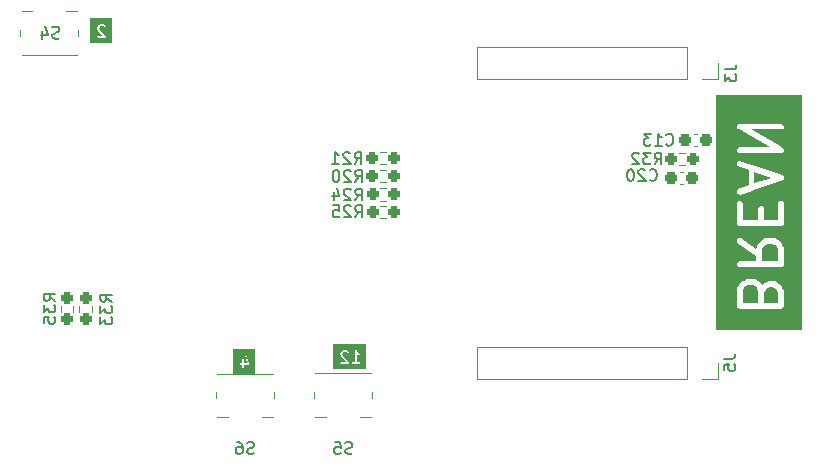
<source format=gbo>
%TF.GenerationSoftware,KiCad,Pcbnew,7.0.2*%
%TF.CreationDate,2024-01-21T15:04:15+01:00*%
%TF.ProjectId,ESP32CAM,45535033-3243-4414-9d2e-6b696361645f,rev?*%
%TF.SameCoordinates,Original*%
%TF.FileFunction,Legend,Bot*%
%TF.FilePolarity,Positive*%
%FSLAX46Y46*%
G04 Gerber Fmt 4.6, Leading zero omitted, Abs format (unit mm)*
G04 Created by KiCad (PCBNEW 7.0.2) date 2024-01-21 15:04:15*
%MOMM*%
%LPD*%
G01*
G04 APERTURE LIST*
G04 Aperture macros list*
%AMRoundRect*
0 Rectangle with rounded corners*
0 $1 Rounding radius*
0 $2 $3 $4 $5 $6 $7 $8 $9 X,Y pos of 4 corners*
0 Add a 4 corners polygon primitive as box body*
4,1,4,$2,$3,$4,$5,$6,$7,$8,$9,$2,$3,0*
0 Add four circle primitives for the rounded corners*
1,1,$1+$1,$2,$3*
1,1,$1+$1,$4,$5*
1,1,$1+$1,$6,$7*
1,1,$1+$1,$8,$9*
0 Add four rect primitives between the rounded corners*
20,1,$1+$1,$2,$3,$4,$5,0*
20,1,$1+$1,$4,$5,$6,$7,0*
20,1,$1+$1,$6,$7,$8,$9,0*
20,1,$1+$1,$8,$9,$2,$3,0*%
G04 Aperture macros list end*
%ADD10C,0.150000*%
%ADD11C,0.500000*%
%ADD12C,0.120000*%
%ADD13O,2.100000X1.000000*%
%ADD14O,1.800000X1.000000*%
%ADD15C,3.700000*%
%ADD16R,1.700000X1.700000*%
%ADD17O,1.700000X1.700000*%
%ADD18RoundRect,0.237500X-0.300000X-0.237500X0.300000X-0.237500X0.300000X0.237500X-0.300000X0.237500X0*%
%ADD19RoundRect,0.237500X-0.237500X0.250000X-0.237500X-0.250000X0.237500X-0.250000X0.237500X0.250000X0*%
%ADD20C,0.750000*%
%ADD21R,1.450000X1.000000*%
%ADD22RoundRect,0.237500X0.250000X0.237500X-0.250000X0.237500X-0.250000X-0.237500X0.250000X-0.237500X0*%
%ADD23RoundRect,0.237500X-0.250000X-0.237500X0.250000X-0.237500X0.250000X0.237500X-0.250000X0.237500X0*%
G04 APERTURE END LIST*
D10*
G36*
X173494257Y-71945057D02*
G01*
X171631162Y-71945057D01*
X171631162Y-70743358D01*
X172286380Y-70743358D01*
X172292917Y-70762970D01*
X172298738Y-70782793D01*
X172299844Y-70783751D01*
X172339686Y-70903277D01*
X172343509Y-70920851D01*
X172354349Y-70931691D01*
X172363095Y-70944275D01*
X172369640Y-70946982D01*
X172802476Y-71379819D01*
X172353713Y-71379819D01*
X172322235Y-71389062D01*
X172293393Y-71422348D01*
X172287125Y-71465943D01*
X172305421Y-71506007D01*
X172342473Y-71529819D01*
X172964400Y-71529819D01*
X172966927Y-71531199D01*
X172986216Y-71529819D01*
X172994324Y-71529819D01*
X172996935Y-71529052D01*
X173010858Y-71528056D01*
X173017654Y-71522968D01*
X173025802Y-71520576D01*
X173034942Y-71510026D01*
X173046117Y-71501662D01*
X173049084Y-71493706D01*
X173054644Y-71487290D01*
X173056630Y-71473475D01*
X173061509Y-71460395D01*
X173059703Y-71452097D01*
X173060912Y-71443695D01*
X173055114Y-71431000D01*
X173052147Y-71417358D01*
X173046142Y-71411353D01*
X173042616Y-71403631D01*
X173030873Y-71396084D01*
X172477666Y-70842876D01*
X172439495Y-70728361D01*
X172439495Y-70663000D01*
X172473753Y-70594483D01*
X172504159Y-70564077D01*
X172572675Y-70529819D01*
X172775360Y-70529819D01*
X172843878Y-70564078D01*
X172890514Y-70610714D01*
X172919308Y-70626436D01*
X172963239Y-70623294D01*
X172998497Y-70596900D01*
X173013890Y-70555633D01*
X173004528Y-70512596D01*
X172947985Y-70456053D01*
X172941542Y-70445204D01*
X172923041Y-70435953D01*
X172904919Y-70426058D01*
X172903458Y-70426162D01*
X172830217Y-70389542D01*
X172815088Y-70379819D01*
X172799758Y-70379819D01*
X172784675Y-70377105D01*
X172778131Y-70379819D01*
X172559002Y-70379819D01*
X172541127Y-70377889D01*
X172527417Y-70384743D01*
X172512711Y-70389062D01*
X172508071Y-70394416D01*
X172434602Y-70431150D01*
X172422272Y-70433833D01*
X172407652Y-70448452D01*
X172392527Y-70462522D01*
X172392164Y-70463940D01*
X172365729Y-70490375D01*
X172354880Y-70496819D01*
X172345629Y-70515319D01*
X172335734Y-70533442D01*
X172335838Y-70534902D01*
X172299218Y-70608143D01*
X172289495Y-70623273D01*
X172289495Y-70638603D01*
X172286781Y-70653686D01*
X172289495Y-70660229D01*
X172289495Y-70731130D01*
X172286380Y-70743358D01*
X171631162Y-70743358D01*
X171631162Y-69834343D01*
X173494257Y-69834343D01*
X173494257Y-71945057D01*
G37*
G36*
X185635457Y-99961257D02*
G01*
X183772362Y-99961257D01*
X183772362Y-99148809D01*
X184380706Y-99148809D01*
X184399002Y-99188873D01*
X184436054Y-99212685D01*
X184525933Y-99212685D01*
X184525933Y-99481801D01*
X184535176Y-99513279D01*
X184568462Y-99542121D01*
X184612057Y-99548389D01*
X184652121Y-99530093D01*
X184675933Y-99493041D01*
X184675933Y-99212685D01*
X185062225Y-99212685D01*
X185068803Y-99215406D01*
X185083845Y-99212685D01*
X185087905Y-99212685D01*
X185094419Y-99210772D01*
X185112143Y-99207566D01*
X185115273Y-99204648D01*
X185119383Y-99203442D01*
X185131184Y-99189822D01*
X185144365Y-99177540D01*
X185145421Y-99173390D01*
X185148225Y-99170156D01*
X185150788Y-99152323D01*
X185155238Y-99134859D01*
X185153883Y-99130796D01*
X185154493Y-99126561D01*
X185147009Y-99110174D01*
X184906770Y-98389454D01*
X184888047Y-98362514D01*
X184847348Y-98345678D01*
X184804008Y-98353518D01*
X184771786Y-98383545D01*
X184760913Y-98426225D01*
X184973066Y-99062685D01*
X184675933Y-99062685D01*
X184675933Y-98793570D01*
X184666690Y-98762092D01*
X184633404Y-98733250D01*
X184589809Y-98726982D01*
X184549745Y-98745278D01*
X184525933Y-98782330D01*
X184525933Y-99062685D01*
X184447294Y-99062685D01*
X184415816Y-99071928D01*
X184386974Y-99105214D01*
X184380706Y-99148809D01*
X183772362Y-99148809D01*
X183772362Y-97850543D01*
X185635457Y-97850543D01*
X185635457Y-99961257D01*
G37*
D11*
G36*
X228027942Y-92585596D02*
G01*
X228124190Y-92681844D01*
X228252016Y-93065323D01*
X228250317Y-93074769D01*
X228259365Y-93096584D01*
X228259365Y-93963466D01*
X226926032Y-93963466D01*
X226926032Y-92939150D01*
X227048161Y-92694890D01*
X227157455Y-92585595D01*
X227401716Y-92463466D01*
X227783682Y-92463466D01*
X228027942Y-92585596D01*
G37*
G36*
X229694610Y-92752264D02*
G01*
X229803902Y-92861557D01*
X229926032Y-93105816D01*
X229926032Y-93963466D01*
X228759365Y-93963466D01*
X228759365Y-93105817D01*
X228881496Y-92861554D01*
X228990788Y-92752263D01*
X229235049Y-92630133D01*
X229450348Y-92630133D01*
X229694610Y-92752264D01*
G37*
G36*
X229694610Y-89085597D02*
G01*
X229803901Y-89194889D01*
X229926032Y-89439149D01*
X229926032Y-90463466D01*
X228592699Y-90463466D01*
X228592699Y-89902986D01*
X228601865Y-89853272D01*
X228592699Y-89830901D01*
X228592699Y-89439148D01*
X228714828Y-89194889D01*
X228824121Y-89085596D01*
X229068382Y-88963466D01*
X229450348Y-88963466D01*
X229694610Y-89085597D01*
G37*
G36*
X229385463Y-83380132D02*
G01*
X227926032Y-83866609D01*
X227926032Y-82893655D01*
X229385463Y-83380132D01*
G37*
G36*
X231920200Y-96296800D02*
G01*
X224670200Y-96296800D01*
X224670200Y-92908101D01*
X226416983Y-92908101D01*
X226426032Y-92929919D01*
X226426032Y-94195588D01*
X226418130Y-94250547D01*
X226441196Y-94301056D01*
X226456840Y-94354332D01*
X226471215Y-94366788D01*
X226479118Y-94384093D01*
X226525833Y-94414115D01*
X226567794Y-94450474D01*
X226586621Y-94453180D01*
X226602625Y-94463466D01*
X226658154Y-94463466D01*
X226713113Y-94471368D01*
X226730416Y-94463466D01*
X228491487Y-94463466D01*
X228546446Y-94471368D01*
X228563749Y-94463466D01*
X230158154Y-94463466D01*
X230213113Y-94471368D01*
X230263622Y-94448301D01*
X230316898Y-94432658D01*
X230329354Y-94418282D01*
X230346659Y-94410380D01*
X230376681Y-94363664D01*
X230413040Y-94321704D01*
X230415746Y-94302876D01*
X230426032Y-94286873D01*
X230426032Y-94231343D01*
X230433934Y-94176385D01*
X230426032Y-94159081D01*
X230426032Y-93060262D01*
X230432468Y-93000654D01*
X230409617Y-92954952D01*
X230395224Y-92905934D01*
X230377374Y-92890467D01*
X230246989Y-92629697D01*
X230238048Y-92588596D01*
X230189339Y-92539887D01*
X230142419Y-92489446D01*
X230137688Y-92488236D01*
X230041640Y-92392188D01*
X230020160Y-92356022D01*
X229958535Y-92325209D01*
X229898084Y-92292201D01*
X229893214Y-92292549D01*
X229633209Y-92162547D01*
X229582772Y-92130133D01*
X229531676Y-92130133D01*
X229481396Y-92121085D01*
X229459580Y-92130133D01*
X229189489Y-92130133D01*
X229129886Y-92123698D01*
X229084189Y-92146546D01*
X229035166Y-92160941D01*
X229019698Y-92178791D01*
X228758932Y-92309174D01*
X228717830Y-92318116D01*
X228669117Y-92366828D01*
X228618679Y-92413746D01*
X228617469Y-92418476D01*
X228578999Y-92456946D01*
X228571382Y-92421930D01*
X228535253Y-92385801D01*
X228506097Y-92343848D01*
X228484271Y-92334819D01*
X228374973Y-92225521D01*
X228353493Y-92189355D01*
X228291867Y-92158542D01*
X228231417Y-92125534D01*
X228226547Y-92125882D01*
X227966544Y-91995880D01*
X227916106Y-91963466D01*
X227865014Y-91963466D01*
X227814731Y-91954417D01*
X227792913Y-91963466D01*
X227356162Y-91963466D01*
X227296553Y-91957030D01*
X227250851Y-91979880D01*
X227201833Y-91994274D01*
X227186366Y-92012123D01*
X226925597Y-92142508D01*
X226884494Y-92151450D01*
X226835777Y-92200166D01*
X226785345Y-92247079D01*
X226784135Y-92251809D01*
X226688086Y-92347859D01*
X226651921Y-92369339D01*
X226621109Y-92430961D01*
X226588099Y-92491416D01*
X226588447Y-92496286D01*
X226458446Y-92756287D01*
X226426032Y-92806726D01*
X226426031Y-92857818D01*
X226416983Y-92908101D01*
X224670200Y-92908101D01*
X224670200Y-88740326D01*
X226416866Y-88740326D01*
X226472529Y-88876178D01*
X228092699Y-90010296D01*
X228092699Y-90463466D01*
X226640088Y-90463466D01*
X226535166Y-90494274D01*
X226439024Y-90605228D01*
X226418130Y-90750547D01*
X226479118Y-90884093D01*
X226602625Y-90963466D01*
X228324821Y-90963466D01*
X228379780Y-90971368D01*
X228397083Y-90963466D01*
X230158154Y-90963466D01*
X230213113Y-90971368D01*
X230263622Y-90948301D01*
X230316898Y-90932658D01*
X230329354Y-90918282D01*
X230346659Y-90910380D01*
X230376681Y-90863664D01*
X230413040Y-90821704D01*
X230415746Y-90802876D01*
X230426032Y-90786873D01*
X230426032Y-90731343D01*
X230433934Y-90676385D01*
X230426032Y-90659081D01*
X230426032Y-89393589D01*
X230432467Y-89333987D01*
X230409618Y-89288290D01*
X230395224Y-89239267D01*
X230377373Y-89223799D01*
X230246990Y-88963033D01*
X230238049Y-88921931D01*
X230189336Y-88873218D01*
X230142419Y-88822780D01*
X230137688Y-88821570D01*
X230041641Y-88725522D01*
X230020160Y-88689355D01*
X229958533Y-88658541D01*
X229898085Y-88625534D01*
X229893214Y-88625882D01*
X229633209Y-88495880D01*
X229582772Y-88463466D01*
X229531676Y-88463466D01*
X229481396Y-88454418D01*
X229459580Y-88463466D01*
X229022822Y-88463466D01*
X228963219Y-88457031D01*
X228917522Y-88479879D01*
X228868499Y-88494274D01*
X228853031Y-88512124D01*
X228592263Y-88642508D01*
X228551162Y-88651450D01*
X228502453Y-88700158D01*
X228452012Y-88747079D01*
X228450802Y-88751809D01*
X228354753Y-88847858D01*
X228318586Y-88869340D01*
X228287768Y-88930974D01*
X228254766Y-88991415D01*
X228255114Y-88996283D01*
X228125108Y-89256295D01*
X228092699Y-89306726D01*
X228092699Y-89357819D01*
X228085962Y-89395253D01*
X226789951Y-88488045D01*
X226686328Y-88453116D01*
X226543938Y-88488879D01*
X226443486Y-88595947D01*
X226416866Y-88740326D01*
X224670200Y-88740326D01*
X224670200Y-87250547D01*
X226418130Y-87250547D01*
X226441196Y-87301056D01*
X226456840Y-87354332D01*
X226471215Y-87366788D01*
X226479118Y-87384093D01*
X226525833Y-87414115D01*
X226567794Y-87450474D01*
X226586621Y-87453180D01*
X226602625Y-87463466D01*
X226658154Y-87463466D01*
X226713113Y-87471368D01*
X226730416Y-87463466D01*
X228491487Y-87463466D01*
X228546446Y-87471368D01*
X228563749Y-87463466D01*
X230158154Y-87463466D01*
X230213113Y-87471368D01*
X230263622Y-87448301D01*
X230316898Y-87432658D01*
X230329354Y-87418282D01*
X230346659Y-87410380D01*
X230376681Y-87363664D01*
X230413040Y-87321704D01*
X230415746Y-87302876D01*
X230426032Y-87286873D01*
X230426032Y-87231343D01*
X230433934Y-87176385D01*
X230426032Y-87159081D01*
X230426032Y-85510856D01*
X230395224Y-85405934D01*
X230284270Y-85309792D01*
X230138951Y-85288898D01*
X230005405Y-85349886D01*
X229926032Y-85473393D01*
X229926032Y-86963466D01*
X228759365Y-86963466D01*
X228759365Y-86010856D01*
X228728557Y-85905934D01*
X228617603Y-85809792D01*
X228472284Y-85788898D01*
X228338738Y-85849886D01*
X228259365Y-85973393D01*
X228259365Y-86963466D01*
X226926032Y-86963466D01*
X226926032Y-85510856D01*
X226895224Y-85405934D01*
X226784270Y-85309792D01*
X226638951Y-85288898D01*
X226505405Y-85349886D01*
X226426032Y-85473393D01*
X226426032Y-87195588D01*
X226418130Y-87250547D01*
X224670200Y-87250547D01*
X224670200Y-84519064D01*
X226416959Y-84519064D01*
X226443091Y-84663533D01*
X226543180Y-84770940D01*
X226685449Y-84807183D01*
X227698987Y-84469337D01*
X227713113Y-84471368D01*
X227767750Y-84446415D01*
X230212187Y-83631604D01*
X230240355Y-83632623D01*
X230280479Y-83608840D01*
X230289189Y-83605937D01*
X230311280Y-83590583D01*
X230366650Y-83557765D01*
X230371003Y-83549077D01*
X230378984Y-83543531D01*
X230403589Y-83484051D01*
X230432425Y-83426511D01*
X230431390Y-83416848D01*
X230435106Y-83407868D01*
X230423648Y-83344526D01*
X230416798Y-83280532D01*
X230410703Y-83272962D01*
X230408974Y-83263399D01*
X230365088Y-83216305D01*
X230324729Y-83166176D01*
X230315510Y-83163103D01*
X230308884Y-83155992D01*
X230246500Y-83140099D01*
X227802210Y-82325336D01*
X227784270Y-82309791D01*
X227733808Y-82302535D01*
X226720989Y-81964929D01*
X226611709Y-81960976D01*
X226485414Y-82035834D01*
X226419639Y-82167088D01*
X226435266Y-82313067D01*
X226527335Y-82427423D01*
X227426032Y-82726988D01*
X227426032Y-84033276D01*
X226562876Y-84320995D01*
X226473080Y-84383401D01*
X226416959Y-84519064D01*
X224670200Y-84519064D01*
X224670200Y-81083880D01*
X226418130Y-81083880D01*
X226479118Y-81217426D01*
X226602625Y-81296799D01*
X230146706Y-81296799D01*
X230189588Y-81307000D01*
X230252707Y-81284839D01*
X230316898Y-81265991D01*
X230321491Y-81260689D01*
X230328112Y-81258365D01*
X230369235Y-81205590D01*
X230413040Y-81155037D01*
X230414038Y-81148093D01*
X230418351Y-81142559D01*
X230424414Y-81075926D01*
X230433934Y-81009718D01*
X230431020Y-81003337D01*
X230431656Y-80996350D01*
X230400734Y-80937020D01*
X230372946Y-80876172D01*
X230367044Y-80872379D01*
X230363802Y-80866158D01*
X230305716Y-80832966D01*
X230249439Y-80796799D01*
X230242424Y-80796799D01*
X227617424Y-79296799D01*
X230211976Y-79296799D01*
X230316898Y-79265991D01*
X230413040Y-79155037D01*
X230433934Y-79009718D01*
X230372946Y-78876172D01*
X230249439Y-78796799D01*
X226705358Y-78796799D01*
X226662476Y-78786598D01*
X226599359Y-78808758D01*
X226535166Y-78827607D01*
X226530571Y-78832909D01*
X226523953Y-78835233D01*
X226482834Y-78888001D01*
X226439024Y-78938561D01*
X226438025Y-78945504D01*
X226433713Y-78951039D01*
X226427649Y-79017671D01*
X226418130Y-79083880D01*
X226421043Y-79090260D01*
X226420408Y-79097248D01*
X226451329Y-79156577D01*
X226479118Y-79217426D01*
X226485019Y-79221218D01*
X226488262Y-79227440D01*
X226546347Y-79260631D01*
X226602625Y-79296799D01*
X226609640Y-79296799D01*
X229234641Y-80796799D01*
X226640088Y-80796799D01*
X226535166Y-80827607D01*
X226439024Y-80938561D01*
X226418130Y-81083880D01*
X224670200Y-81083880D01*
X224670200Y-76413466D01*
X231920200Y-76413466D01*
X231920200Y-96296800D01*
G37*
D10*
G36*
X195033457Y-99554857D02*
G01*
X192217981Y-99554857D01*
X192217981Y-98353158D01*
X192873199Y-98353158D01*
X192879736Y-98372770D01*
X192885557Y-98392593D01*
X192886663Y-98393551D01*
X192926505Y-98513077D01*
X192930328Y-98530651D01*
X192941168Y-98541491D01*
X192949914Y-98554075D01*
X192956459Y-98556782D01*
X193389295Y-98989619D01*
X192940532Y-98989619D01*
X192909054Y-98998862D01*
X192880212Y-99032148D01*
X192873944Y-99075743D01*
X192892240Y-99115807D01*
X192929292Y-99139619D01*
X193551219Y-99139619D01*
X193553746Y-99140999D01*
X193573035Y-99139619D01*
X193581143Y-99139619D01*
X193583754Y-99138852D01*
X193597677Y-99137856D01*
X193604473Y-99132768D01*
X193612621Y-99130376D01*
X193621761Y-99119826D01*
X193632936Y-99111462D01*
X193635903Y-99103506D01*
X193641463Y-99097090D01*
X193643449Y-99083275D01*
X193646259Y-99075743D01*
X193826325Y-99075743D01*
X193844621Y-99115807D01*
X193881673Y-99139619D01*
X194184049Y-99139619D01*
X194200533Y-99141989D01*
X194205723Y-99139619D01*
X194485905Y-99139619D01*
X194517383Y-99130376D01*
X194546225Y-99097090D01*
X194552493Y-99053495D01*
X194534197Y-99013431D01*
X194497145Y-98989619D01*
X194264409Y-98989619D01*
X194264409Y-98293303D01*
X194320203Y-98349098D01*
X194326647Y-98359948D01*
X194345148Y-98369198D01*
X194363270Y-98379094D01*
X194364730Y-98378989D01*
X194451225Y-98422237D01*
X194483514Y-98428047D01*
X194524197Y-98411174D01*
X194549299Y-98374984D01*
X194550852Y-98330968D01*
X194528361Y-98293099D01*
X194424311Y-98241074D01*
X194342932Y-98159695D01*
X194258150Y-98032522D01*
X194255166Y-98022359D01*
X194246189Y-98014580D01*
X194245832Y-98014045D01*
X194238029Y-98007510D01*
X194221880Y-97993517D01*
X194221205Y-97993419D01*
X194220681Y-97992981D01*
X194199451Y-97990292D01*
X194178285Y-97987249D01*
X194177663Y-97987532D01*
X194176986Y-97987447D01*
X194157695Y-97996651D01*
X194138221Y-98005545D01*
X194137851Y-98006120D01*
X194137236Y-98006414D01*
X194125987Y-98024579D01*
X194114409Y-98042597D01*
X194114409Y-98043280D01*
X194114050Y-98043860D01*
X194114408Y-98065224D01*
X194114409Y-98989619D01*
X193892913Y-98989619D01*
X193861435Y-98998862D01*
X193832593Y-99032148D01*
X193826325Y-99075743D01*
X193646259Y-99075743D01*
X193648328Y-99070195D01*
X193646522Y-99061897D01*
X193647731Y-99053495D01*
X193641933Y-99040800D01*
X193638966Y-99027158D01*
X193632961Y-99021153D01*
X193629435Y-99013431D01*
X193617692Y-99005884D01*
X193064485Y-98452676D01*
X193026314Y-98338161D01*
X193026314Y-98272800D01*
X193060573Y-98204283D01*
X193090978Y-98173877D01*
X193159494Y-98139619D01*
X193362179Y-98139619D01*
X193430697Y-98173878D01*
X193477333Y-98220514D01*
X193506127Y-98236236D01*
X193550058Y-98233094D01*
X193585316Y-98206700D01*
X193600709Y-98165433D01*
X193591347Y-98122396D01*
X193534804Y-98065853D01*
X193528361Y-98055004D01*
X193509860Y-98045753D01*
X193491738Y-98035858D01*
X193490277Y-98035962D01*
X193417036Y-97999342D01*
X193401907Y-97989619D01*
X193386577Y-97989619D01*
X193371494Y-97986905D01*
X193364950Y-97989619D01*
X193145821Y-97989619D01*
X193127946Y-97987689D01*
X193114236Y-97994543D01*
X193099530Y-97998862D01*
X193094890Y-98004216D01*
X193021421Y-98040950D01*
X193009091Y-98043633D01*
X192994471Y-98058252D01*
X192979346Y-98072322D01*
X192978983Y-98073740D01*
X192952548Y-98100175D01*
X192941699Y-98106619D01*
X192932448Y-98125119D01*
X192922553Y-98143242D01*
X192922657Y-98144702D01*
X192886037Y-98217943D01*
X192876314Y-98233073D01*
X192876314Y-98248403D01*
X192873600Y-98263486D01*
X192876314Y-98270029D01*
X192876314Y-98340930D01*
X192873199Y-98353158D01*
X192217981Y-98353158D01*
X192217981Y-97444143D01*
X195033457Y-97444143D01*
X195033457Y-99554857D01*
G37*
%TO.C,J5*%
X225312619Y-98726666D02*
X226026904Y-98726666D01*
X226026904Y-98726666D02*
X226169761Y-98679047D01*
X226169761Y-98679047D02*
X226265000Y-98583809D01*
X226265000Y-98583809D02*
X226312619Y-98440952D01*
X226312619Y-98440952D02*
X226312619Y-98345714D01*
X225312619Y-99679047D02*
X225312619Y-99202857D01*
X225312619Y-99202857D02*
X225788809Y-99155238D01*
X225788809Y-99155238D02*
X225741190Y-99202857D01*
X225741190Y-99202857D02*
X225693571Y-99298095D01*
X225693571Y-99298095D02*
X225693571Y-99536190D01*
X225693571Y-99536190D02*
X225741190Y-99631428D01*
X225741190Y-99631428D02*
X225788809Y-99679047D01*
X225788809Y-99679047D02*
X225884047Y-99726666D01*
X225884047Y-99726666D02*
X226122142Y-99726666D01*
X226122142Y-99726666D02*
X226217380Y-99679047D01*
X226217380Y-99679047D02*
X226265000Y-99631428D01*
X226265000Y-99631428D02*
X226312619Y-99536190D01*
X226312619Y-99536190D02*
X226312619Y-99298095D01*
X226312619Y-99298095D02*
X226265000Y-99202857D01*
X226265000Y-99202857D02*
X226217380Y-99155238D01*
%TO.C,C13*%
X220442857Y-80567380D02*
X220490476Y-80615000D01*
X220490476Y-80615000D02*
X220633333Y-80662619D01*
X220633333Y-80662619D02*
X220728571Y-80662619D01*
X220728571Y-80662619D02*
X220871428Y-80615000D01*
X220871428Y-80615000D02*
X220966666Y-80519761D01*
X220966666Y-80519761D02*
X221014285Y-80424523D01*
X221014285Y-80424523D02*
X221061904Y-80234047D01*
X221061904Y-80234047D02*
X221061904Y-80091190D01*
X221061904Y-80091190D02*
X221014285Y-79900714D01*
X221014285Y-79900714D02*
X220966666Y-79805476D01*
X220966666Y-79805476D02*
X220871428Y-79710238D01*
X220871428Y-79710238D02*
X220728571Y-79662619D01*
X220728571Y-79662619D02*
X220633333Y-79662619D01*
X220633333Y-79662619D02*
X220490476Y-79710238D01*
X220490476Y-79710238D02*
X220442857Y-79757857D01*
X219490476Y-80662619D02*
X220061904Y-80662619D01*
X219776190Y-80662619D02*
X219776190Y-79662619D01*
X219776190Y-79662619D02*
X219871428Y-79805476D01*
X219871428Y-79805476D02*
X219966666Y-79900714D01*
X219966666Y-79900714D02*
X220061904Y-79948333D01*
X219157142Y-79662619D02*
X218538095Y-79662619D01*
X218538095Y-79662619D02*
X218871428Y-80043571D01*
X218871428Y-80043571D02*
X218728571Y-80043571D01*
X218728571Y-80043571D02*
X218633333Y-80091190D01*
X218633333Y-80091190D02*
X218585714Y-80138809D01*
X218585714Y-80138809D02*
X218538095Y-80234047D01*
X218538095Y-80234047D02*
X218538095Y-80472142D01*
X218538095Y-80472142D02*
X218585714Y-80567380D01*
X218585714Y-80567380D02*
X218633333Y-80615000D01*
X218633333Y-80615000D02*
X218728571Y-80662619D01*
X218728571Y-80662619D02*
X219014285Y-80662619D01*
X219014285Y-80662619D02*
X219109523Y-80615000D01*
X219109523Y-80615000D02*
X219157142Y-80567380D01*
%TO.C,R35*%
X168732619Y-93819642D02*
X168256428Y-93486309D01*
X168732619Y-93248214D02*
X167732619Y-93248214D01*
X167732619Y-93248214D02*
X167732619Y-93629166D01*
X167732619Y-93629166D02*
X167780238Y-93724404D01*
X167780238Y-93724404D02*
X167827857Y-93772023D01*
X167827857Y-93772023D02*
X167923095Y-93819642D01*
X167923095Y-93819642D02*
X168065952Y-93819642D01*
X168065952Y-93819642D02*
X168161190Y-93772023D01*
X168161190Y-93772023D02*
X168208809Y-93724404D01*
X168208809Y-93724404D02*
X168256428Y-93629166D01*
X168256428Y-93629166D02*
X168256428Y-93248214D01*
X167732619Y-94152976D02*
X167732619Y-94772023D01*
X167732619Y-94772023D02*
X168113571Y-94438690D01*
X168113571Y-94438690D02*
X168113571Y-94581547D01*
X168113571Y-94581547D02*
X168161190Y-94676785D01*
X168161190Y-94676785D02*
X168208809Y-94724404D01*
X168208809Y-94724404D02*
X168304047Y-94772023D01*
X168304047Y-94772023D02*
X168542142Y-94772023D01*
X168542142Y-94772023D02*
X168637380Y-94724404D01*
X168637380Y-94724404D02*
X168685000Y-94676785D01*
X168685000Y-94676785D02*
X168732619Y-94581547D01*
X168732619Y-94581547D02*
X168732619Y-94295833D01*
X168732619Y-94295833D02*
X168685000Y-94200595D01*
X168685000Y-94200595D02*
X168637380Y-94152976D01*
X167732619Y-95676785D02*
X167732619Y-95200595D01*
X167732619Y-95200595D02*
X168208809Y-95152976D01*
X168208809Y-95152976D02*
X168161190Y-95200595D01*
X168161190Y-95200595D02*
X168113571Y-95295833D01*
X168113571Y-95295833D02*
X168113571Y-95533928D01*
X168113571Y-95533928D02*
X168161190Y-95629166D01*
X168161190Y-95629166D02*
X168208809Y-95676785D01*
X168208809Y-95676785D02*
X168304047Y-95724404D01*
X168304047Y-95724404D02*
X168542142Y-95724404D01*
X168542142Y-95724404D02*
X168637380Y-95676785D01*
X168637380Y-95676785D02*
X168685000Y-95629166D01*
X168685000Y-95629166D02*
X168732619Y-95533928D01*
X168732619Y-95533928D02*
X168732619Y-95295833D01*
X168732619Y-95295833D02*
X168685000Y-95200595D01*
X168685000Y-95200595D02*
X168637380Y-95152976D01*
%TO.C,S5*%
X193866904Y-106715000D02*
X193724047Y-106762619D01*
X193724047Y-106762619D02*
X193485952Y-106762619D01*
X193485952Y-106762619D02*
X193390714Y-106715000D01*
X193390714Y-106715000D02*
X193343095Y-106667380D01*
X193343095Y-106667380D02*
X193295476Y-106572142D01*
X193295476Y-106572142D02*
X193295476Y-106476904D01*
X193295476Y-106476904D02*
X193343095Y-106381666D01*
X193343095Y-106381666D02*
X193390714Y-106334047D01*
X193390714Y-106334047D02*
X193485952Y-106286428D01*
X193485952Y-106286428D02*
X193676428Y-106238809D01*
X193676428Y-106238809D02*
X193771666Y-106191190D01*
X193771666Y-106191190D02*
X193819285Y-106143571D01*
X193819285Y-106143571D02*
X193866904Y-106048333D01*
X193866904Y-106048333D02*
X193866904Y-105953095D01*
X193866904Y-105953095D02*
X193819285Y-105857857D01*
X193819285Y-105857857D02*
X193771666Y-105810238D01*
X193771666Y-105810238D02*
X193676428Y-105762619D01*
X193676428Y-105762619D02*
X193438333Y-105762619D01*
X193438333Y-105762619D02*
X193295476Y-105810238D01*
X192390714Y-105762619D02*
X192866904Y-105762619D01*
X192866904Y-105762619D02*
X192914523Y-106238809D01*
X192914523Y-106238809D02*
X192866904Y-106191190D01*
X192866904Y-106191190D02*
X192771666Y-106143571D01*
X192771666Y-106143571D02*
X192533571Y-106143571D01*
X192533571Y-106143571D02*
X192438333Y-106191190D01*
X192438333Y-106191190D02*
X192390714Y-106238809D01*
X192390714Y-106238809D02*
X192343095Y-106334047D01*
X192343095Y-106334047D02*
X192343095Y-106572142D01*
X192343095Y-106572142D02*
X192390714Y-106667380D01*
X192390714Y-106667380D02*
X192438333Y-106715000D01*
X192438333Y-106715000D02*
X192533571Y-106762619D01*
X192533571Y-106762619D02*
X192771666Y-106762619D01*
X192771666Y-106762619D02*
X192866904Y-106715000D01*
X192866904Y-106715000D02*
X192914523Y-106667380D01*
%TO.C,S4*%
X169062304Y-71561000D02*
X168919447Y-71608619D01*
X168919447Y-71608619D02*
X168681352Y-71608619D01*
X168681352Y-71608619D02*
X168586114Y-71561000D01*
X168586114Y-71561000D02*
X168538495Y-71513380D01*
X168538495Y-71513380D02*
X168490876Y-71418142D01*
X168490876Y-71418142D02*
X168490876Y-71322904D01*
X168490876Y-71322904D02*
X168538495Y-71227666D01*
X168538495Y-71227666D02*
X168586114Y-71180047D01*
X168586114Y-71180047D02*
X168681352Y-71132428D01*
X168681352Y-71132428D02*
X168871828Y-71084809D01*
X168871828Y-71084809D02*
X168967066Y-71037190D01*
X168967066Y-71037190D02*
X169014685Y-70989571D01*
X169014685Y-70989571D02*
X169062304Y-70894333D01*
X169062304Y-70894333D02*
X169062304Y-70799095D01*
X169062304Y-70799095D02*
X169014685Y-70703857D01*
X169014685Y-70703857D02*
X168967066Y-70656238D01*
X168967066Y-70656238D02*
X168871828Y-70608619D01*
X168871828Y-70608619D02*
X168633733Y-70608619D01*
X168633733Y-70608619D02*
X168490876Y-70656238D01*
X167633733Y-70941952D02*
X167633733Y-71608619D01*
X167871828Y-70561000D02*
X168109923Y-71275285D01*
X168109923Y-71275285D02*
X167490876Y-71275285D01*
%TO.C,S6*%
X185546904Y-106725000D02*
X185404047Y-106772619D01*
X185404047Y-106772619D02*
X185165952Y-106772619D01*
X185165952Y-106772619D02*
X185070714Y-106725000D01*
X185070714Y-106725000D02*
X185023095Y-106677380D01*
X185023095Y-106677380D02*
X184975476Y-106582142D01*
X184975476Y-106582142D02*
X184975476Y-106486904D01*
X184975476Y-106486904D02*
X185023095Y-106391666D01*
X185023095Y-106391666D02*
X185070714Y-106344047D01*
X185070714Y-106344047D02*
X185165952Y-106296428D01*
X185165952Y-106296428D02*
X185356428Y-106248809D01*
X185356428Y-106248809D02*
X185451666Y-106201190D01*
X185451666Y-106201190D02*
X185499285Y-106153571D01*
X185499285Y-106153571D02*
X185546904Y-106058333D01*
X185546904Y-106058333D02*
X185546904Y-105963095D01*
X185546904Y-105963095D02*
X185499285Y-105867857D01*
X185499285Y-105867857D02*
X185451666Y-105820238D01*
X185451666Y-105820238D02*
X185356428Y-105772619D01*
X185356428Y-105772619D02*
X185118333Y-105772619D01*
X185118333Y-105772619D02*
X184975476Y-105820238D01*
X184118333Y-105772619D02*
X184308809Y-105772619D01*
X184308809Y-105772619D02*
X184404047Y-105820238D01*
X184404047Y-105820238D02*
X184451666Y-105867857D01*
X184451666Y-105867857D02*
X184546904Y-106010714D01*
X184546904Y-106010714D02*
X184594523Y-106201190D01*
X184594523Y-106201190D02*
X184594523Y-106582142D01*
X184594523Y-106582142D02*
X184546904Y-106677380D01*
X184546904Y-106677380D02*
X184499285Y-106725000D01*
X184499285Y-106725000D02*
X184404047Y-106772619D01*
X184404047Y-106772619D02*
X184213571Y-106772619D01*
X184213571Y-106772619D02*
X184118333Y-106725000D01*
X184118333Y-106725000D02*
X184070714Y-106677380D01*
X184070714Y-106677380D02*
X184023095Y-106582142D01*
X184023095Y-106582142D02*
X184023095Y-106344047D01*
X184023095Y-106344047D02*
X184070714Y-106248809D01*
X184070714Y-106248809D02*
X184118333Y-106201190D01*
X184118333Y-106201190D02*
X184213571Y-106153571D01*
X184213571Y-106153571D02*
X184404047Y-106153571D01*
X184404047Y-106153571D02*
X184499285Y-106201190D01*
X184499285Y-106201190D02*
X184546904Y-106248809D01*
X184546904Y-106248809D02*
X184594523Y-106344047D01*
%TO.C,C20*%
X219042857Y-83567380D02*
X219090476Y-83615000D01*
X219090476Y-83615000D02*
X219233333Y-83662619D01*
X219233333Y-83662619D02*
X219328571Y-83662619D01*
X219328571Y-83662619D02*
X219471428Y-83615000D01*
X219471428Y-83615000D02*
X219566666Y-83519761D01*
X219566666Y-83519761D02*
X219614285Y-83424523D01*
X219614285Y-83424523D02*
X219661904Y-83234047D01*
X219661904Y-83234047D02*
X219661904Y-83091190D01*
X219661904Y-83091190D02*
X219614285Y-82900714D01*
X219614285Y-82900714D02*
X219566666Y-82805476D01*
X219566666Y-82805476D02*
X219471428Y-82710238D01*
X219471428Y-82710238D02*
X219328571Y-82662619D01*
X219328571Y-82662619D02*
X219233333Y-82662619D01*
X219233333Y-82662619D02*
X219090476Y-82710238D01*
X219090476Y-82710238D02*
X219042857Y-82757857D01*
X218661904Y-82757857D02*
X218614285Y-82710238D01*
X218614285Y-82710238D02*
X218519047Y-82662619D01*
X218519047Y-82662619D02*
X218280952Y-82662619D01*
X218280952Y-82662619D02*
X218185714Y-82710238D01*
X218185714Y-82710238D02*
X218138095Y-82757857D01*
X218138095Y-82757857D02*
X218090476Y-82853095D01*
X218090476Y-82853095D02*
X218090476Y-82948333D01*
X218090476Y-82948333D02*
X218138095Y-83091190D01*
X218138095Y-83091190D02*
X218709523Y-83662619D01*
X218709523Y-83662619D02*
X218090476Y-83662619D01*
X217471428Y-82662619D02*
X217376190Y-82662619D01*
X217376190Y-82662619D02*
X217280952Y-82710238D01*
X217280952Y-82710238D02*
X217233333Y-82757857D01*
X217233333Y-82757857D02*
X217185714Y-82853095D01*
X217185714Y-82853095D02*
X217138095Y-83043571D01*
X217138095Y-83043571D02*
X217138095Y-83281666D01*
X217138095Y-83281666D02*
X217185714Y-83472142D01*
X217185714Y-83472142D02*
X217233333Y-83567380D01*
X217233333Y-83567380D02*
X217280952Y-83615000D01*
X217280952Y-83615000D02*
X217376190Y-83662619D01*
X217376190Y-83662619D02*
X217471428Y-83662619D01*
X217471428Y-83662619D02*
X217566666Y-83615000D01*
X217566666Y-83615000D02*
X217614285Y-83567380D01*
X217614285Y-83567380D02*
X217661904Y-83472142D01*
X217661904Y-83472142D02*
X217709523Y-83281666D01*
X217709523Y-83281666D02*
X217709523Y-83043571D01*
X217709523Y-83043571D02*
X217661904Y-82853095D01*
X217661904Y-82853095D02*
X217614285Y-82757857D01*
X217614285Y-82757857D02*
X217566666Y-82710238D01*
X217566666Y-82710238D02*
X217471428Y-82662619D01*
%TO.C,R20*%
X194114657Y-83723819D02*
X194447990Y-83247628D01*
X194686085Y-83723819D02*
X194686085Y-82723819D01*
X194686085Y-82723819D02*
X194305133Y-82723819D01*
X194305133Y-82723819D02*
X194209895Y-82771438D01*
X194209895Y-82771438D02*
X194162276Y-82819057D01*
X194162276Y-82819057D02*
X194114657Y-82914295D01*
X194114657Y-82914295D02*
X194114657Y-83057152D01*
X194114657Y-83057152D02*
X194162276Y-83152390D01*
X194162276Y-83152390D02*
X194209895Y-83200009D01*
X194209895Y-83200009D02*
X194305133Y-83247628D01*
X194305133Y-83247628D02*
X194686085Y-83247628D01*
X193733704Y-82819057D02*
X193686085Y-82771438D01*
X193686085Y-82771438D02*
X193590847Y-82723819D01*
X193590847Y-82723819D02*
X193352752Y-82723819D01*
X193352752Y-82723819D02*
X193257514Y-82771438D01*
X193257514Y-82771438D02*
X193209895Y-82819057D01*
X193209895Y-82819057D02*
X193162276Y-82914295D01*
X193162276Y-82914295D02*
X193162276Y-83009533D01*
X193162276Y-83009533D02*
X193209895Y-83152390D01*
X193209895Y-83152390D02*
X193781323Y-83723819D01*
X193781323Y-83723819D02*
X193162276Y-83723819D01*
X192543228Y-82723819D02*
X192447990Y-82723819D01*
X192447990Y-82723819D02*
X192352752Y-82771438D01*
X192352752Y-82771438D02*
X192305133Y-82819057D01*
X192305133Y-82819057D02*
X192257514Y-82914295D01*
X192257514Y-82914295D02*
X192209895Y-83104771D01*
X192209895Y-83104771D02*
X192209895Y-83342866D01*
X192209895Y-83342866D02*
X192257514Y-83533342D01*
X192257514Y-83533342D02*
X192305133Y-83628580D01*
X192305133Y-83628580D02*
X192352752Y-83676200D01*
X192352752Y-83676200D02*
X192447990Y-83723819D01*
X192447990Y-83723819D02*
X192543228Y-83723819D01*
X192543228Y-83723819D02*
X192638466Y-83676200D01*
X192638466Y-83676200D02*
X192686085Y-83628580D01*
X192686085Y-83628580D02*
X192733704Y-83533342D01*
X192733704Y-83533342D02*
X192781323Y-83342866D01*
X192781323Y-83342866D02*
X192781323Y-83104771D01*
X192781323Y-83104771D02*
X192733704Y-82914295D01*
X192733704Y-82914295D02*
X192686085Y-82819057D01*
X192686085Y-82819057D02*
X192638466Y-82771438D01*
X192638466Y-82771438D02*
X192543228Y-82723819D01*
%TO.C,R32*%
X219463857Y-82250619D02*
X219797190Y-81774428D01*
X220035285Y-82250619D02*
X220035285Y-81250619D01*
X220035285Y-81250619D02*
X219654333Y-81250619D01*
X219654333Y-81250619D02*
X219559095Y-81298238D01*
X219559095Y-81298238D02*
X219511476Y-81345857D01*
X219511476Y-81345857D02*
X219463857Y-81441095D01*
X219463857Y-81441095D02*
X219463857Y-81583952D01*
X219463857Y-81583952D02*
X219511476Y-81679190D01*
X219511476Y-81679190D02*
X219559095Y-81726809D01*
X219559095Y-81726809D02*
X219654333Y-81774428D01*
X219654333Y-81774428D02*
X220035285Y-81774428D01*
X219130523Y-81250619D02*
X218511476Y-81250619D01*
X218511476Y-81250619D02*
X218844809Y-81631571D01*
X218844809Y-81631571D02*
X218701952Y-81631571D01*
X218701952Y-81631571D02*
X218606714Y-81679190D01*
X218606714Y-81679190D02*
X218559095Y-81726809D01*
X218559095Y-81726809D02*
X218511476Y-81822047D01*
X218511476Y-81822047D02*
X218511476Y-82060142D01*
X218511476Y-82060142D02*
X218559095Y-82155380D01*
X218559095Y-82155380D02*
X218606714Y-82203000D01*
X218606714Y-82203000D02*
X218701952Y-82250619D01*
X218701952Y-82250619D02*
X218987666Y-82250619D01*
X218987666Y-82250619D02*
X219082904Y-82203000D01*
X219082904Y-82203000D02*
X219130523Y-82155380D01*
X218130523Y-81345857D02*
X218082904Y-81298238D01*
X218082904Y-81298238D02*
X217987666Y-81250619D01*
X217987666Y-81250619D02*
X217749571Y-81250619D01*
X217749571Y-81250619D02*
X217654333Y-81298238D01*
X217654333Y-81298238D02*
X217606714Y-81345857D01*
X217606714Y-81345857D02*
X217559095Y-81441095D01*
X217559095Y-81441095D02*
X217559095Y-81536333D01*
X217559095Y-81536333D02*
X217606714Y-81679190D01*
X217606714Y-81679190D02*
X218178142Y-82250619D01*
X218178142Y-82250619D02*
X217559095Y-82250619D01*
%TO.C,R24*%
X194114657Y-85298619D02*
X194447990Y-84822428D01*
X194686085Y-85298619D02*
X194686085Y-84298619D01*
X194686085Y-84298619D02*
X194305133Y-84298619D01*
X194305133Y-84298619D02*
X194209895Y-84346238D01*
X194209895Y-84346238D02*
X194162276Y-84393857D01*
X194162276Y-84393857D02*
X194114657Y-84489095D01*
X194114657Y-84489095D02*
X194114657Y-84631952D01*
X194114657Y-84631952D02*
X194162276Y-84727190D01*
X194162276Y-84727190D02*
X194209895Y-84774809D01*
X194209895Y-84774809D02*
X194305133Y-84822428D01*
X194305133Y-84822428D02*
X194686085Y-84822428D01*
X193733704Y-84393857D02*
X193686085Y-84346238D01*
X193686085Y-84346238D02*
X193590847Y-84298619D01*
X193590847Y-84298619D02*
X193352752Y-84298619D01*
X193352752Y-84298619D02*
X193257514Y-84346238D01*
X193257514Y-84346238D02*
X193209895Y-84393857D01*
X193209895Y-84393857D02*
X193162276Y-84489095D01*
X193162276Y-84489095D02*
X193162276Y-84584333D01*
X193162276Y-84584333D02*
X193209895Y-84727190D01*
X193209895Y-84727190D02*
X193781323Y-85298619D01*
X193781323Y-85298619D02*
X193162276Y-85298619D01*
X192305133Y-84631952D02*
X192305133Y-85298619D01*
X192543228Y-84251000D02*
X192781323Y-84965285D01*
X192781323Y-84965285D02*
X192162276Y-84965285D01*
%TO.C,R25*%
X194114657Y-86721019D02*
X194447990Y-86244828D01*
X194686085Y-86721019D02*
X194686085Y-85721019D01*
X194686085Y-85721019D02*
X194305133Y-85721019D01*
X194305133Y-85721019D02*
X194209895Y-85768638D01*
X194209895Y-85768638D02*
X194162276Y-85816257D01*
X194162276Y-85816257D02*
X194114657Y-85911495D01*
X194114657Y-85911495D02*
X194114657Y-86054352D01*
X194114657Y-86054352D02*
X194162276Y-86149590D01*
X194162276Y-86149590D02*
X194209895Y-86197209D01*
X194209895Y-86197209D02*
X194305133Y-86244828D01*
X194305133Y-86244828D02*
X194686085Y-86244828D01*
X193733704Y-85816257D02*
X193686085Y-85768638D01*
X193686085Y-85768638D02*
X193590847Y-85721019D01*
X193590847Y-85721019D02*
X193352752Y-85721019D01*
X193352752Y-85721019D02*
X193257514Y-85768638D01*
X193257514Y-85768638D02*
X193209895Y-85816257D01*
X193209895Y-85816257D02*
X193162276Y-85911495D01*
X193162276Y-85911495D02*
X193162276Y-86006733D01*
X193162276Y-86006733D02*
X193209895Y-86149590D01*
X193209895Y-86149590D02*
X193781323Y-86721019D01*
X193781323Y-86721019D02*
X193162276Y-86721019D01*
X192257514Y-85721019D02*
X192733704Y-85721019D01*
X192733704Y-85721019D02*
X192781323Y-86197209D01*
X192781323Y-86197209D02*
X192733704Y-86149590D01*
X192733704Y-86149590D02*
X192638466Y-86101971D01*
X192638466Y-86101971D02*
X192400371Y-86101971D01*
X192400371Y-86101971D02*
X192305133Y-86149590D01*
X192305133Y-86149590D02*
X192257514Y-86197209D01*
X192257514Y-86197209D02*
X192209895Y-86292447D01*
X192209895Y-86292447D02*
X192209895Y-86530542D01*
X192209895Y-86530542D02*
X192257514Y-86625780D01*
X192257514Y-86625780D02*
X192305133Y-86673400D01*
X192305133Y-86673400D02*
X192400371Y-86721019D01*
X192400371Y-86721019D02*
X192638466Y-86721019D01*
X192638466Y-86721019D02*
X192733704Y-86673400D01*
X192733704Y-86673400D02*
X192781323Y-86625780D01*
%TO.C,J3*%
X225395619Y-74215666D02*
X226109904Y-74215666D01*
X226109904Y-74215666D02*
X226252761Y-74168047D01*
X226252761Y-74168047D02*
X226348000Y-74072809D01*
X226348000Y-74072809D02*
X226395619Y-73929952D01*
X226395619Y-73929952D02*
X226395619Y-73834714D01*
X225395619Y-74596619D02*
X225395619Y-75215666D01*
X225395619Y-75215666D02*
X225776571Y-74882333D01*
X225776571Y-74882333D02*
X225776571Y-75025190D01*
X225776571Y-75025190D02*
X225824190Y-75120428D01*
X225824190Y-75120428D02*
X225871809Y-75168047D01*
X225871809Y-75168047D02*
X225967047Y-75215666D01*
X225967047Y-75215666D02*
X226205142Y-75215666D01*
X226205142Y-75215666D02*
X226300380Y-75168047D01*
X226300380Y-75168047D02*
X226348000Y-75120428D01*
X226348000Y-75120428D02*
X226395619Y-75025190D01*
X226395619Y-75025190D02*
X226395619Y-74739476D01*
X226395619Y-74739476D02*
X226348000Y-74644238D01*
X226348000Y-74644238D02*
X226300380Y-74596619D01*
%TO.C,R21*%
X194063857Y-82199819D02*
X194397190Y-81723628D01*
X194635285Y-82199819D02*
X194635285Y-81199819D01*
X194635285Y-81199819D02*
X194254333Y-81199819D01*
X194254333Y-81199819D02*
X194159095Y-81247438D01*
X194159095Y-81247438D02*
X194111476Y-81295057D01*
X194111476Y-81295057D02*
X194063857Y-81390295D01*
X194063857Y-81390295D02*
X194063857Y-81533152D01*
X194063857Y-81533152D02*
X194111476Y-81628390D01*
X194111476Y-81628390D02*
X194159095Y-81676009D01*
X194159095Y-81676009D02*
X194254333Y-81723628D01*
X194254333Y-81723628D02*
X194635285Y-81723628D01*
X193682904Y-81295057D02*
X193635285Y-81247438D01*
X193635285Y-81247438D02*
X193540047Y-81199819D01*
X193540047Y-81199819D02*
X193301952Y-81199819D01*
X193301952Y-81199819D02*
X193206714Y-81247438D01*
X193206714Y-81247438D02*
X193159095Y-81295057D01*
X193159095Y-81295057D02*
X193111476Y-81390295D01*
X193111476Y-81390295D02*
X193111476Y-81485533D01*
X193111476Y-81485533D02*
X193159095Y-81628390D01*
X193159095Y-81628390D02*
X193730523Y-82199819D01*
X193730523Y-82199819D02*
X193111476Y-82199819D01*
X192159095Y-82199819D02*
X192730523Y-82199819D01*
X192444809Y-82199819D02*
X192444809Y-81199819D01*
X192444809Y-81199819D02*
X192540047Y-81342676D01*
X192540047Y-81342676D02*
X192635285Y-81437914D01*
X192635285Y-81437914D02*
X192730523Y-81485533D01*
%TO.C,R33*%
X173538219Y-93870542D02*
X173062028Y-93537209D01*
X173538219Y-93299114D02*
X172538219Y-93299114D01*
X172538219Y-93299114D02*
X172538219Y-93680066D01*
X172538219Y-93680066D02*
X172585838Y-93775304D01*
X172585838Y-93775304D02*
X172633457Y-93822923D01*
X172633457Y-93822923D02*
X172728695Y-93870542D01*
X172728695Y-93870542D02*
X172871552Y-93870542D01*
X172871552Y-93870542D02*
X172966790Y-93822923D01*
X172966790Y-93822923D02*
X173014409Y-93775304D01*
X173014409Y-93775304D02*
X173062028Y-93680066D01*
X173062028Y-93680066D02*
X173062028Y-93299114D01*
X172538219Y-94203876D02*
X172538219Y-94822923D01*
X172538219Y-94822923D02*
X172919171Y-94489590D01*
X172919171Y-94489590D02*
X172919171Y-94632447D01*
X172919171Y-94632447D02*
X172966790Y-94727685D01*
X172966790Y-94727685D02*
X173014409Y-94775304D01*
X173014409Y-94775304D02*
X173109647Y-94822923D01*
X173109647Y-94822923D02*
X173347742Y-94822923D01*
X173347742Y-94822923D02*
X173442980Y-94775304D01*
X173442980Y-94775304D02*
X173490600Y-94727685D01*
X173490600Y-94727685D02*
X173538219Y-94632447D01*
X173538219Y-94632447D02*
X173538219Y-94346733D01*
X173538219Y-94346733D02*
X173490600Y-94251495D01*
X173490600Y-94251495D02*
X173442980Y-94203876D01*
X172538219Y-95156257D02*
X172538219Y-95775304D01*
X172538219Y-95775304D02*
X172919171Y-95441971D01*
X172919171Y-95441971D02*
X172919171Y-95584828D01*
X172919171Y-95584828D02*
X172966790Y-95680066D01*
X172966790Y-95680066D02*
X173014409Y-95727685D01*
X173014409Y-95727685D02*
X173109647Y-95775304D01*
X173109647Y-95775304D02*
X173347742Y-95775304D01*
X173347742Y-95775304D02*
X173442980Y-95727685D01*
X173442980Y-95727685D02*
X173490600Y-95680066D01*
X173490600Y-95680066D02*
X173538219Y-95584828D01*
X173538219Y-95584828D02*
X173538219Y-95299114D01*
X173538219Y-95299114D02*
X173490600Y-95203876D01*
X173490600Y-95203876D02*
X173442980Y-95156257D01*
D12*
%TO.C,J5*%
X204410000Y-100390000D02*
X204410000Y-97730000D01*
X222250000Y-100390000D02*
X204410000Y-100390000D01*
X222250000Y-100390000D02*
X222250000Y-97730000D01*
X223520000Y-100390000D02*
X224850000Y-100390000D01*
X224850000Y-100390000D02*
X224850000Y-99060000D01*
X222250000Y-97730000D02*
X204410000Y-97730000D01*
%TO.C,C13*%
X222791233Y-79690000D02*
X223083767Y-79690000D01*
X222791233Y-80710000D02*
X223083767Y-80710000D01*
%TO.C,R35*%
X170222500Y-94207776D02*
X170222500Y-94717224D01*
X169177500Y-94207776D02*
X169177500Y-94717224D01*
%TO.C,S5*%
X190655000Y-101525000D02*
X190655000Y-102075000D01*
X191680000Y-103650000D02*
X190755000Y-103650000D01*
X195455000Y-99950000D02*
X190755000Y-99950000D01*
X195455000Y-103650000D02*
X194530000Y-103650000D01*
X195555000Y-101525000D02*
X195555000Y-102075000D01*
%TO.C,S4*%
X170670000Y-71420400D02*
X170670000Y-70870400D01*
X169645000Y-69295400D02*
X170570000Y-69295400D01*
X165870000Y-72995400D02*
X170570000Y-72995400D01*
X165870000Y-69295400D02*
X166795000Y-69295400D01*
X165770000Y-71420400D02*
X165770000Y-70870400D01*
%TO.C,S6*%
X182335000Y-101535000D02*
X182335000Y-102085000D01*
X183360000Y-103660000D02*
X182435000Y-103660000D01*
X187135000Y-99960000D02*
X182435000Y-99960000D01*
X187135000Y-103660000D02*
X186210000Y-103660000D01*
X187235000Y-101535000D02*
X187235000Y-102085000D01*
%TO.C,C20*%
X221591233Y-82890000D02*
X221883767Y-82890000D01*
X221591233Y-83910000D02*
X221883767Y-83910000D01*
%TO.C,R20*%
X196742224Y-83772500D02*
X196232776Y-83772500D01*
X196742224Y-82727500D02*
X196232776Y-82727500D01*
%TO.C,R32*%
X222054724Y-82322500D02*
X221545276Y-82322500D01*
X222054724Y-81277500D02*
X221545276Y-81277500D01*
%TO.C,R24*%
X196257776Y-84277500D02*
X196767224Y-84277500D01*
X196257776Y-85322500D02*
X196767224Y-85322500D01*
%TO.C,R25*%
X196257776Y-85777500D02*
X196767224Y-85777500D01*
X196257776Y-86822500D02*
X196767224Y-86822500D01*
%TO.C,J3*%
X204410000Y-74990000D02*
X204410000Y-72330000D01*
X222250000Y-74990000D02*
X204410000Y-74990000D01*
X222250000Y-74990000D02*
X222250000Y-72330000D01*
X223520000Y-74990000D02*
X224850000Y-74990000D01*
X224850000Y-74990000D02*
X224850000Y-73660000D01*
X222250000Y-72330000D02*
X204410000Y-72330000D01*
%TO.C,R21*%
X196729724Y-82247500D02*
X196220276Y-82247500D01*
X196729724Y-81202500D02*
X196220276Y-81202500D01*
%TO.C,R33*%
X171822500Y-94207776D02*
X171822500Y-94717224D01*
X170777500Y-94207776D02*
X170777500Y-94717224D01*
%TD*%
%LPC*%
D13*
%TO.C,J1*%
X157030000Y-82180000D03*
D14*
X152850000Y-82180000D03*
D13*
X157030000Y-90820000D03*
D14*
X152850000Y-90820000D03*
%TD*%
D15*
%TO.C,H4*%
X228600000Y-100330000D03*
%TD*%
%TO.C,H2*%
X154305000Y-72390000D03*
%TD*%
D16*
%TO.C,J6*%
X201200000Y-82660000D03*
D17*
X201200000Y-85200000D03*
X201200000Y-87740000D03*
X201200000Y-90280000D03*
%TD*%
D15*
%TO.C,H1*%
X228600000Y-72390000D03*
%TD*%
%TO.C,H3*%
X154305000Y-100330000D03*
%TD*%
D16*
%TO.C,J5*%
X223520000Y-99060000D03*
D17*
X220980000Y-99060000D03*
X218440000Y-99060000D03*
X215900000Y-99060000D03*
X213360000Y-99060000D03*
X210820000Y-99060000D03*
X208280000Y-99060000D03*
X205740000Y-99060000D03*
%TD*%
D18*
%TO.C,C13*%
X222075000Y-80200000D03*
X223800000Y-80200000D03*
%TD*%
D19*
%TO.C,R35*%
X169700000Y-93550000D03*
X169700000Y-95375000D03*
%TD*%
D20*
%TO.C,S5*%
X193105000Y-100425000D03*
X193105000Y-103175000D03*
D21*
X190530000Y-102650000D03*
X195680000Y-102650000D03*
X190530000Y-100950000D03*
X195680000Y-100950000D03*
%TD*%
D20*
%TO.C,S4*%
X168220000Y-72520400D03*
X168220000Y-69770400D03*
D21*
X170795000Y-70295400D03*
X165645000Y-70295400D03*
X170795000Y-71995400D03*
X165645000Y-71995400D03*
%TD*%
D20*
%TO.C,S6*%
X184785000Y-100435000D03*
X184785000Y-103185000D03*
D21*
X182210000Y-102660000D03*
X187360000Y-102660000D03*
X182210000Y-100960000D03*
X187360000Y-100960000D03*
%TD*%
D18*
%TO.C,C20*%
X220875000Y-83400000D03*
X222600000Y-83400000D03*
%TD*%
D22*
%TO.C,R20*%
X197400000Y-83250000D03*
X195575000Y-83250000D03*
%TD*%
%TO.C,R32*%
X222712500Y-81800000D03*
X220887500Y-81800000D03*
%TD*%
D23*
%TO.C,R24*%
X195600000Y-84800000D03*
X197425000Y-84800000D03*
%TD*%
%TO.C,R25*%
X195600000Y-86300000D03*
X197425000Y-86300000D03*
%TD*%
D16*
%TO.C,J3*%
X223520000Y-73660000D03*
D17*
X220980000Y-73660000D03*
X218440000Y-73660000D03*
X215900000Y-73660000D03*
X213360000Y-73660000D03*
X210820000Y-73660000D03*
X208280000Y-73660000D03*
X205740000Y-73660000D03*
%TD*%
D22*
%TO.C,R21*%
X197387500Y-81725000D03*
X195562500Y-81725000D03*
%TD*%
D19*
%TO.C,R33*%
X171300000Y-93550000D03*
X171300000Y-95375000D03*
%TD*%
%LPD*%
M02*

</source>
